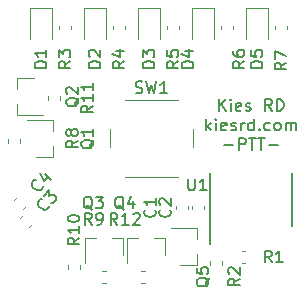
<source format=gbr>
G04 #@! TF.GenerationSoftware,KiCad,Pcbnew,(5.1.2)-1*
G04 #@! TF.CreationDate,2019-08-24T00:01:25+03:00*
G04 #@! TF.ProjectId,PomodoroTomatoTimer,506f6d6f-646f-4726-9f54-6f6d61746f54,rev?*
G04 #@! TF.SameCoordinates,Original*
G04 #@! TF.FileFunction,Legend,Top*
G04 #@! TF.FilePolarity,Positive*
%FSLAX46Y46*%
G04 Gerber Fmt 4.6, Leading zero omitted, Abs format (unit mm)*
G04 Created by KiCad (PCBNEW (5.1.2)-1) date 2019-08-24 00:01:25*
%MOMM*%
%LPD*%
G04 APERTURE LIST*
%ADD10C,0.150000*%
%ADD11C,0.120000*%
G04 APERTURE END LIST*
D10*
X145621714Y-86305380D02*
X145621714Y-85305380D01*
X146193142Y-86305380D02*
X145764571Y-85733952D01*
X146193142Y-85305380D02*
X145621714Y-85876809D01*
X146621714Y-86305380D02*
X146621714Y-85638714D01*
X146621714Y-85305380D02*
X146574095Y-85353000D01*
X146621714Y-85400619D01*
X146669333Y-85353000D01*
X146621714Y-85305380D01*
X146621714Y-85400619D01*
X147478857Y-86257761D02*
X147383619Y-86305380D01*
X147193142Y-86305380D01*
X147097904Y-86257761D01*
X147050285Y-86162523D01*
X147050285Y-85781571D01*
X147097904Y-85686333D01*
X147193142Y-85638714D01*
X147383619Y-85638714D01*
X147478857Y-85686333D01*
X147526476Y-85781571D01*
X147526476Y-85876809D01*
X147050285Y-85972047D01*
X147907428Y-86257761D02*
X148002666Y-86305380D01*
X148193142Y-86305380D01*
X148288380Y-86257761D01*
X148336000Y-86162523D01*
X148336000Y-86114904D01*
X148288380Y-86019666D01*
X148193142Y-85972047D01*
X148050285Y-85972047D01*
X147955047Y-85924428D01*
X147907428Y-85829190D01*
X147907428Y-85781571D01*
X147955047Y-85686333D01*
X148050285Y-85638714D01*
X148193142Y-85638714D01*
X148288380Y-85686333D01*
X150097904Y-86305380D02*
X149764571Y-85829190D01*
X149526476Y-86305380D02*
X149526476Y-85305380D01*
X149907428Y-85305380D01*
X150002666Y-85353000D01*
X150050285Y-85400619D01*
X150097904Y-85495857D01*
X150097904Y-85638714D01*
X150050285Y-85733952D01*
X150002666Y-85781571D01*
X149907428Y-85829190D01*
X149526476Y-85829190D01*
X150526476Y-86305380D02*
X150526476Y-85305380D01*
X150764571Y-85305380D01*
X150907428Y-85353000D01*
X151002666Y-85448238D01*
X151050285Y-85543476D01*
X151097904Y-85733952D01*
X151097904Y-85876809D01*
X151050285Y-86067285D01*
X151002666Y-86162523D01*
X150907428Y-86257761D01*
X150764571Y-86305380D01*
X150526476Y-86305380D01*
X144550285Y-87955380D02*
X144550285Y-86955380D01*
X144645523Y-87574428D02*
X144931238Y-87955380D01*
X144931238Y-87288714D02*
X144550285Y-87669666D01*
X145359809Y-87955380D02*
X145359809Y-87288714D01*
X145359809Y-86955380D02*
X145312190Y-87003000D01*
X145359809Y-87050619D01*
X145407428Y-87003000D01*
X145359809Y-86955380D01*
X145359809Y-87050619D01*
X146216952Y-87907761D02*
X146121714Y-87955380D01*
X145931238Y-87955380D01*
X145836000Y-87907761D01*
X145788380Y-87812523D01*
X145788380Y-87431571D01*
X145836000Y-87336333D01*
X145931238Y-87288714D01*
X146121714Y-87288714D01*
X146216952Y-87336333D01*
X146264571Y-87431571D01*
X146264571Y-87526809D01*
X145788380Y-87622047D01*
X146645523Y-87907761D02*
X146740761Y-87955380D01*
X146931238Y-87955380D01*
X147026476Y-87907761D01*
X147074095Y-87812523D01*
X147074095Y-87764904D01*
X147026476Y-87669666D01*
X146931238Y-87622047D01*
X146788380Y-87622047D01*
X146693142Y-87574428D01*
X146645523Y-87479190D01*
X146645523Y-87431571D01*
X146693142Y-87336333D01*
X146788380Y-87288714D01*
X146931238Y-87288714D01*
X147026476Y-87336333D01*
X147502666Y-87955380D02*
X147502666Y-87288714D01*
X147502666Y-87479190D02*
X147550285Y-87383952D01*
X147597904Y-87336333D01*
X147693142Y-87288714D01*
X147788380Y-87288714D01*
X148550285Y-87955380D02*
X148550285Y-86955380D01*
X148550285Y-87907761D02*
X148455047Y-87955380D01*
X148264571Y-87955380D01*
X148169333Y-87907761D01*
X148121714Y-87860142D01*
X148074095Y-87764904D01*
X148074095Y-87479190D01*
X148121714Y-87383952D01*
X148169333Y-87336333D01*
X148264571Y-87288714D01*
X148455047Y-87288714D01*
X148550285Y-87336333D01*
X149026476Y-87860142D02*
X149074095Y-87907761D01*
X149026476Y-87955380D01*
X148978857Y-87907761D01*
X149026476Y-87860142D01*
X149026476Y-87955380D01*
X149931238Y-87907761D02*
X149836000Y-87955380D01*
X149645523Y-87955380D01*
X149550285Y-87907761D01*
X149502666Y-87860142D01*
X149455047Y-87764904D01*
X149455047Y-87479190D01*
X149502666Y-87383952D01*
X149550285Y-87336333D01*
X149645523Y-87288714D01*
X149836000Y-87288714D01*
X149931238Y-87336333D01*
X150502666Y-87955380D02*
X150407428Y-87907761D01*
X150359809Y-87860142D01*
X150312190Y-87764904D01*
X150312190Y-87479190D01*
X150359809Y-87383952D01*
X150407428Y-87336333D01*
X150502666Y-87288714D01*
X150645523Y-87288714D01*
X150740761Y-87336333D01*
X150788380Y-87383952D01*
X150836000Y-87479190D01*
X150836000Y-87764904D01*
X150788380Y-87860142D01*
X150740761Y-87907761D01*
X150645523Y-87955380D01*
X150502666Y-87955380D01*
X151264571Y-87955380D02*
X151264571Y-87288714D01*
X151264571Y-87383952D02*
X151312190Y-87336333D01*
X151407428Y-87288714D01*
X151550285Y-87288714D01*
X151645523Y-87336333D01*
X151693142Y-87431571D01*
X151693142Y-87955380D01*
X151693142Y-87431571D02*
X151740761Y-87336333D01*
X151836000Y-87288714D01*
X151978857Y-87288714D01*
X152074095Y-87336333D01*
X152121714Y-87431571D01*
X152121714Y-87955380D01*
X146074095Y-89224428D02*
X146836000Y-89224428D01*
X147312190Y-89605380D02*
X147312190Y-88605380D01*
X147693142Y-88605380D01*
X147788380Y-88653000D01*
X147836000Y-88700619D01*
X147883619Y-88795857D01*
X147883619Y-88938714D01*
X147836000Y-89033952D01*
X147788380Y-89081571D01*
X147693142Y-89129190D01*
X147312190Y-89129190D01*
X148169333Y-88605380D02*
X148740761Y-88605380D01*
X148455047Y-89605380D02*
X148455047Y-88605380D01*
X148931238Y-88605380D02*
X149502666Y-88605380D01*
X149216952Y-89605380D02*
X149216952Y-88605380D01*
X149836000Y-89224428D02*
X150597904Y-89224428D01*
D11*
X145232000Y-80248000D02*
X145232000Y-77563000D01*
X145232000Y-77563000D02*
X143312000Y-77563000D01*
X143312000Y-77563000D02*
X143312000Y-80248000D01*
X137652000Y-91860000D02*
X142152000Y-91860000D01*
X136402000Y-87860000D02*
X136402000Y-89360000D01*
X142152000Y-85360000D02*
X137652000Y-85360000D01*
X143402000Y-89360000D02*
X143402000Y-87860000D01*
X147538221Y-99189000D02*
X147863779Y-99189000D01*
X147538221Y-98169000D02*
X147863779Y-98169000D01*
X144901000Y-99349779D02*
X144901000Y-99024221D01*
X145921000Y-99349779D02*
X145921000Y-99024221D01*
D10*
X151786000Y-96035000D02*
X151786000Y-91585000D01*
X144886000Y-97560000D02*
X144886000Y-91585000D01*
D11*
X131516000Y-80248000D02*
X131516000Y-77563000D01*
X131516000Y-77563000D02*
X129596000Y-77563000D01*
X129596000Y-77563000D02*
X129596000Y-80248000D01*
X134168000Y-77563000D02*
X134168000Y-80248000D01*
X136088000Y-77563000D02*
X134168000Y-77563000D01*
X136088000Y-80248000D02*
X136088000Y-77563000D01*
X138740000Y-77563000D02*
X138740000Y-80248000D01*
X140660000Y-77563000D02*
X138740000Y-77563000D01*
X140660000Y-80248000D02*
X140660000Y-77563000D01*
X147884000Y-77563000D02*
X147884000Y-80248000D01*
X149804000Y-77563000D02*
X147884000Y-77563000D01*
X149804000Y-80248000D02*
X149804000Y-77563000D01*
X133098000Y-79085221D02*
X133098000Y-79410779D01*
X132078000Y-79085221D02*
X132078000Y-79410779D01*
X136650000Y-79085221D02*
X136650000Y-79410779D01*
X137670000Y-79085221D02*
X137670000Y-79410779D01*
X141222000Y-79085221D02*
X141222000Y-79410779D01*
X142242000Y-79085221D02*
X142242000Y-79410779D01*
X146814000Y-79085221D02*
X146814000Y-79410779D01*
X145794000Y-79085221D02*
X145794000Y-79410779D01*
X151386000Y-79085221D02*
X151386000Y-79410779D01*
X150366000Y-79085221D02*
X150366000Y-79410779D01*
X143004000Y-94325221D02*
X143004000Y-94650779D01*
X141984000Y-94325221D02*
X141984000Y-94650779D01*
X143381000Y-94325221D02*
X143381000Y-94650779D01*
X144401000Y-94325221D02*
X144401000Y-94650779D01*
X128810273Y-95385478D02*
X129040478Y-95155273D01*
X129531522Y-96106727D02*
X129761727Y-95876522D01*
X129023522Y-94582727D02*
X129253727Y-94352522D01*
X128302273Y-93861478D02*
X128532478Y-93631273D01*
X131570000Y-90226000D02*
X130110000Y-90226000D01*
X131570000Y-87066000D02*
X129410000Y-87066000D01*
X131570000Y-87066000D02*
X131570000Y-87996000D01*
X131570000Y-90226000D02*
X131570000Y-89296000D01*
X128526000Y-83510000D02*
X128526000Y-84440000D01*
X128526000Y-86670000D02*
X128526000Y-85740000D01*
X128526000Y-86670000D02*
X130686000Y-86670000D01*
X128526000Y-83510000D02*
X129986000Y-83510000D01*
X128780000Y-89037279D02*
X128780000Y-88711721D01*
X127760000Y-89037279D02*
X127760000Y-88711721D01*
X131189000Y-85379779D02*
X131189000Y-85054221D01*
X132209000Y-85379779D02*
X132209000Y-85054221D01*
X137470000Y-97030000D02*
X136540000Y-97030000D01*
X134310000Y-97030000D02*
X135240000Y-97030000D01*
X134310000Y-97030000D02*
X134310000Y-99190000D01*
X137470000Y-97030000D02*
X137470000Y-98490000D01*
X141026000Y-97030000D02*
X140096000Y-97030000D01*
X137866000Y-97030000D02*
X138796000Y-97030000D01*
X137866000Y-97030000D02*
X137866000Y-99190000D01*
X141026000Y-97030000D02*
X141026000Y-98490000D01*
X143762000Y-99370000D02*
X142302000Y-99370000D01*
X143762000Y-96210000D02*
X141602000Y-96210000D01*
X143762000Y-96210000D02*
X143762000Y-97140000D01*
X143762000Y-99370000D02*
X143762000Y-98440000D01*
X136052779Y-100840000D02*
X135727221Y-100840000D01*
X136052779Y-99820000D02*
X135727221Y-99820000D01*
X133860000Y-99379721D02*
X133860000Y-99705279D01*
X132840000Y-99379721D02*
X132840000Y-99705279D01*
X139029221Y-100840000D02*
X139354779Y-100840000D01*
X139029221Y-99820000D02*
X139354779Y-99820000D01*
D10*
X143454380Y-82653095D02*
X142454380Y-82653095D01*
X142454380Y-82415000D01*
X142502000Y-82272142D01*
X142597238Y-82176904D01*
X142692476Y-82129285D01*
X142882952Y-82081666D01*
X143025809Y-82081666D01*
X143216285Y-82129285D01*
X143311523Y-82176904D01*
X143406761Y-82272142D01*
X143454380Y-82415000D01*
X143454380Y-82653095D01*
X142787714Y-81224523D02*
X143454380Y-81224523D01*
X142406761Y-81462619D02*
X143121047Y-81700714D01*
X143121047Y-81081666D01*
X138568666Y-84764761D02*
X138711523Y-84812380D01*
X138949619Y-84812380D01*
X139044857Y-84764761D01*
X139092476Y-84717142D01*
X139140095Y-84621904D01*
X139140095Y-84526666D01*
X139092476Y-84431428D01*
X139044857Y-84383809D01*
X138949619Y-84336190D01*
X138759142Y-84288571D01*
X138663904Y-84240952D01*
X138616285Y-84193333D01*
X138568666Y-84098095D01*
X138568666Y-84002857D01*
X138616285Y-83907619D01*
X138663904Y-83860000D01*
X138759142Y-83812380D01*
X138997238Y-83812380D01*
X139140095Y-83860000D01*
X139473428Y-83812380D02*
X139711523Y-84812380D01*
X139902000Y-84098095D01*
X140092476Y-84812380D01*
X140330571Y-83812380D01*
X141235333Y-84812380D02*
X140663904Y-84812380D01*
X140949619Y-84812380D02*
X140949619Y-83812380D01*
X140854380Y-83955238D01*
X140759142Y-84050476D01*
X140663904Y-84098095D01*
X150074333Y-99131380D02*
X149741000Y-98655190D01*
X149502904Y-99131380D02*
X149502904Y-98131380D01*
X149883857Y-98131380D01*
X149979095Y-98179000D01*
X150026714Y-98226619D01*
X150074333Y-98321857D01*
X150074333Y-98464714D01*
X150026714Y-98559952D01*
X149979095Y-98607571D01*
X149883857Y-98655190D01*
X149502904Y-98655190D01*
X151026714Y-99131380D02*
X150455285Y-99131380D01*
X150741000Y-99131380D02*
X150741000Y-98131380D01*
X150645761Y-98274238D01*
X150550523Y-98369476D01*
X150455285Y-98417095D01*
X147391380Y-100496666D02*
X146915190Y-100830000D01*
X147391380Y-101068095D02*
X146391380Y-101068095D01*
X146391380Y-100687142D01*
X146439000Y-100591904D01*
X146486619Y-100544285D01*
X146581857Y-100496666D01*
X146724714Y-100496666D01*
X146819952Y-100544285D01*
X146867571Y-100591904D01*
X146915190Y-100687142D01*
X146915190Y-101068095D01*
X146486619Y-100115714D02*
X146439000Y-100068095D01*
X146391380Y-99972857D01*
X146391380Y-99734761D01*
X146439000Y-99639523D01*
X146486619Y-99591904D01*
X146581857Y-99544285D01*
X146677095Y-99544285D01*
X146819952Y-99591904D01*
X147391380Y-100163333D01*
X147391380Y-99544285D01*
X143002095Y-92035380D02*
X143002095Y-92844904D01*
X143049714Y-92940142D01*
X143097333Y-92987761D01*
X143192571Y-93035380D01*
X143383047Y-93035380D01*
X143478285Y-92987761D01*
X143525904Y-92940142D01*
X143573523Y-92844904D01*
X143573523Y-92035380D01*
X144573523Y-93035380D02*
X144002095Y-93035380D01*
X144287809Y-93035380D02*
X144287809Y-92035380D01*
X144192571Y-92178238D01*
X144097333Y-92273476D01*
X144002095Y-92321095D01*
X131008380Y-82653095D02*
X130008380Y-82653095D01*
X130008380Y-82415000D01*
X130056000Y-82272142D01*
X130151238Y-82176904D01*
X130246476Y-82129285D01*
X130436952Y-82081666D01*
X130579809Y-82081666D01*
X130770285Y-82129285D01*
X130865523Y-82176904D01*
X130960761Y-82272142D01*
X131008380Y-82415000D01*
X131008380Y-82653095D01*
X131008380Y-81129285D02*
X131008380Y-81700714D01*
X131008380Y-81415000D02*
X130008380Y-81415000D01*
X130151238Y-81510238D01*
X130246476Y-81605476D01*
X130294095Y-81700714D01*
X135580380Y-82653095D02*
X134580380Y-82653095D01*
X134580380Y-82415000D01*
X134628000Y-82272142D01*
X134723238Y-82176904D01*
X134818476Y-82129285D01*
X135008952Y-82081666D01*
X135151809Y-82081666D01*
X135342285Y-82129285D01*
X135437523Y-82176904D01*
X135532761Y-82272142D01*
X135580380Y-82415000D01*
X135580380Y-82653095D01*
X134675619Y-81700714D02*
X134628000Y-81653095D01*
X134580380Y-81557857D01*
X134580380Y-81319761D01*
X134628000Y-81224523D01*
X134675619Y-81176904D01*
X134770857Y-81129285D01*
X134866095Y-81129285D01*
X135008952Y-81176904D01*
X135580380Y-81748333D01*
X135580380Y-81129285D01*
X140152380Y-82653095D02*
X139152380Y-82653095D01*
X139152380Y-82415000D01*
X139200000Y-82272142D01*
X139295238Y-82176904D01*
X139390476Y-82129285D01*
X139580952Y-82081666D01*
X139723809Y-82081666D01*
X139914285Y-82129285D01*
X140009523Y-82176904D01*
X140104761Y-82272142D01*
X140152380Y-82415000D01*
X140152380Y-82653095D01*
X139152380Y-81748333D02*
X139152380Y-81129285D01*
X139533333Y-81462619D01*
X139533333Y-81319761D01*
X139580952Y-81224523D01*
X139628571Y-81176904D01*
X139723809Y-81129285D01*
X139961904Y-81129285D01*
X140057142Y-81176904D01*
X140104761Y-81224523D01*
X140152380Y-81319761D01*
X140152380Y-81605476D01*
X140104761Y-81700714D01*
X140057142Y-81748333D01*
X149296380Y-82653095D02*
X148296380Y-82653095D01*
X148296380Y-82415000D01*
X148344000Y-82272142D01*
X148439238Y-82176904D01*
X148534476Y-82129285D01*
X148724952Y-82081666D01*
X148867809Y-82081666D01*
X149058285Y-82129285D01*
X149153523Y-82176904D01*
X149248761Y-82272142D01*
X149296380Y-82415000D01*
X149296380Y-82653095D01*
X148296380Y-81176904D02*
X148296380Y-81653095D01*
X148772571Y-81700714D01*
X148724952Y-81653095D01*
X148677333Y-81557857D01*
X148677333Y-81319761D01*
X148724952Y-81224523D01*
X148772571Y-81176904D01*
X148867809Y-81129285D01*
X149105904Y-81129285D01*
X149201142Y-81176904D01*
X149248761Y-81224523D01*
X149296380Y-81319761D01*
X149296380Y-81557857D01*
X149248761Y-81653095D01*
X149201142Y-81700714D01*
X133040380Y-82081666D02*
X132564190Y-82415000D01*
X133040380Y-82653095D02*
X132040380Y-82653095D01*
X132040380Y-82272142D01*
X132088000Y-82176904D01*
X132135619Y-82129285D01*
X132230857Y-82081666D01*
X132373714Y-82081666D01*
X132468952Y-82129285D01*
X132516571Y-82176904D01*
X132564190Y-82272142D01*
X132564190Y-82653095D01*
X132040380Y-81748333D02*
X132040380Y-81129285D01*
X132421333Y-81462619D01*
X132421333Y-81319761D01*
X132468952Y-81224523D01*
X132516571Y-81176904D01*
X132611809Y-81129285D01*
X132849904Y-81129285D01*
X132945142Y-81176904D01*
X132992761Y-81224523D01*
X133040380Y-81319761D01*
X133040380Y-81605476D01*
X132992761Y-81700714D01*
X132945142Y-81748333D01*
X137612380Y-82081666D02*
X137136190Y-82415000D01*
X137612380Y-82653095D02*
X136612380Y-82653095D01*
X136612380Y-82272142D01*
X136660000Y-82176904D01*
X136707619Y-82129285D01*
X136802857Y-82081666D01*
X136945714Y-82081666D01*
X137040952Y-82129285D01*
X137088571Y-82176904D01*
X137136190Y-82272142D01*
X137136190Y-82653095D01*
X136945714Y-81224523D02*
X137612380Y-81224523D01*
X136564761Y-81462619D02*
X137279047Y-81700714D01*
X137279047Y-81081666D01*
X142184380Y-82081666D02*
X141708190Y-82415000D01*
X142184380Y-82653095D02*
X141184380Y-82653095D01*
X141184380Y-82272142D01*
X141232000Y-82176904D01*
X141279619Y-82129285D01*
X141374857Y-82081666D01*
X141517714Y-82081666D01*
X141612952Y-82129285D01*
X141660571Y-82176904D01*
X141708190Y-82272142D01*
X141708190Y-82653095D01*
X141184380Y-81176904D02*
X141184380Y-81653095D01*
X141660571Y-81700714D01*
X141612952Y-81653095D01*
X141565333Y-81557857D01*
X141565333Y-81319761D01*
X141612952Y-81224523D01*
X141660571Y-81176904D01*
X141755809Y-81129285D01*
X141993904Y-81129285D01*
X142089142Y-81176904D01*
X142136761Y-81224523D01*
X142184380Y-81319761D01*
X142184380Y-81557857D01*
X142136761Y-81653095D01*
X142089142Y-81700714D01*
X147772380Y-82081666D02*
X147296190Y-82415000D01*
X147772380Y-82653095D02*
X146772380Y-82653095D01*
X146772380Y-82272142D01*
X146820000Y-82176904D01*
X146867619Y-82129285D01*
X146962857Y-82081666D01*
X147105714Y-82081666D01*
X147200952Y-82129285D01*
X147248571Y-82176904D01*
X147296190Y-82272142D01*
X147296190Y-82653095D01*
X146772380Y-81224523D02*
X146772380Y-81415000D01*
X146820000Y-81510238D01*
X146867619Y-81557857D01*
X147010476Y-81653095D01*
X147200952Y-81700714D01*
X147581904Y-81700714D01*
X147677142Y-81653095D01*
X147724761Y-81605476D01*
X147772380Y-81510238D01*
X147772380Y-81319761D01*
X147724761Y-81224523D01*
X147677142Y-81176904D01*
X147581904Y-81129285D01*
X147343809Y-81129285D01*
X147248571Y-81176904D01*
X147200952Y-81224523D01*
X147153333Y-81319761D01*
X147153333Y-81510238D01*
X147200952Y-81605476D01*
X147248571Y-81653095D01*
X147343809Y-81700714D01*
X151328380Y-82208666D02*
X150852190Y-82542000D01*
X151328380Y-82780095D02*
X150328380Y-82780095D01*
X150328380Y-82399142D01*
X150376000Y-82303904D01*
X150423619Y-82256285D01*
X150518857Y-82208666D01*
X150661714Y-82208666D01*
X150756952Y-82256285D01*
X150804571Y-82303904D01*
X150852190Y-82399142D01*
X150852190Y-82780095D01*
X150328380Y-81875333D02*
X150328380Y-81208666D01*
X151328380Y-81637238D01*
X140184142Y-94654666D02*
X140231761Y-94702285D01*
X140279380Y-94845142D01*
X140279380Y-94940380D01*
X140231761Y-95083238D01*
X140136523Y-95178476D01*
X140041285Y-95226095D01*
X139850809Y-95273714D01*
X139707952Y-95273714D01*
X139517476Y-95226095D01*
X139422238Y-95178476D01*
X139327000Y-95083238D01*
X139279380Y-94940380D01*
X139279380Y-94845142D01*
X139327000Y-94702285D01*
X139374619Y-94654666D01*
X140279380Y-93702285D02*
X140279380Y-94273714D01*
X140279380Y-93988000D02*
X139279380Y-93988000D01*
X139422238Y-94083238D01*
X139517476Y-94178476D01*
X139565095Y-94273714D01*
X141454142Y-94654666D02*
X141501761Y-94702285D01*
X141549380Y-94845142D01*
X141549380Y-94940380D01*
X141501761Y-95083238D01*
X141406523Y-95178476D01*
X141311285Y-95226095D01*
X141120809Y-95273714D01*
X140977952Y-95273714D01*
X140787476Y-95226095D01*
X140692238Y-95178476D01*
X140597000Y-95083238D01*
X140549380Y-94940380D01*
X140549380Y-94845142D01*
X140597000Y-94702285D01*
X140644619Y-94654666D01*
X140644619Y-94273714D02*
X140597000Y-94226095D01*
X140549380Y-94130857D01*
X140549380Y-93892761D01*
X140597000Y-93797523D01*
X140644619Y-93749904D01*
X140739857Y-93702285D01*
X140835095Y-93702285D01*
X140977952Y-93749904D01*
X141549380Y-94321333D01*
X141549380Y-93702285D01*
X131198687Y-94350389D02*
X131198687Y-94417732D01*
X131131343Y-94552419D01*
X131064000Y-94619763D01*
X130929312Y-94687106D01*
X130794625Y-94687106D01*
X130693610Y-94653435D01*
X130525251Y-94552419D01*
X130424236Y-94451404D01*
X130323221Y-94283045D01*
X130289549Y-94182030D01*
X130289549Y-94047343D01*
X130356893Y-93912656D01*
X130424236Y-93845312D01*
X130558923Y-93777969D01*
X130626267Y-93777969D01*
X130794625Y-93474923D02*
X131232358Y-93037190D01*
X131266030Y-93542267D01*
X131367045Y-93441251D01*
X131468061Y-93407580D01*
X131535404Y-93407580D01*
X131636419Y-93441251D01*
X131804778Y-93609610D01*
X131838450Y-93710625D01*
X131838450Y-93777969D01*
X131804778Y-93878984D01*
X131602748Y-94081015D01*
X131501732Y-94114687D01*
X131434389Y-94114687D01*
X130690687Y-92699389D02*
X130690687Y-92766732D01*
X130623343Y-92901419D01*
X130556000Y-92968763D01*
X130421312Y-93036106D01*
X130286625Y-93036106D01*
X130185610Y-93002435D01*
X130017251Y-92901419D01*
X129916236Y-92800404D01*
X129815221Y-92632045D01*
X129781549Y-92531030D01*
X129781549Y-92396343D01*
X129848893Y-92261656D01*
X129916236Y-92194312D01*
X130050923Y-92126969D01*
X130118267Y-92126969D01*
X130892717Y-91689236D02*
X131364122Y-92160641D01*
X130454984Y-91588221D02*
X130791702Y-92261656D01*
X131229435Y-91823923D01*
X135040619Y-88741238D02*
X134993000Y-88836476D01*
X134897761Y-88931714D01*
X134754904Y-89074571D01*
X134707285Y-89169809D01*
X134707285Y-89265047D01*
X134945380Y-89217428D02*
X134897761Y-89312666D01*
X134802523Y-89407904D01*
X134612047Y-89455523D01*
X134278714Y-89455523D01*
X134088238Y-89407904D01*
X133993000Y-89312666D01*
X133945380Y-89217428D01*
X133945380Y-89026952D01*
X133993000Y-88931714D01*
X134088238Y-88836476D01*
X134278714Y-88788857D01*
X134612047Y-88788857D01*
X134802523Y-88836476D01*
X134897761Y-88931714D01*
X134945380Y-89026952D01*
X134945380Y-89217428D01*
X134945380Y-87836476D02*
X134945380Y-88407904D01*
X134945380Y-88122190D02*
X133945380Y-88122190D01*
X134088238Y-88217428D01*
X134183476Y-88312666D01*
X134231095Y-88407904D01*
X133770619Y-85185238D02*
X133723000Y-85280476D01*
X133627761Y-85375714D01*
X133484904Y-85518571D01*
X133437285Y-85613809D01*
X133437285Y-85709047D01*
X133675380Y-85661428D02*
X133627761Y-85756666D01*
X133532523Y-85851904D01*
X133342047Y-85899523D01*
X133008714Y-85899523D01*
X132818238Y-85851904D01*
X132723000Y-85756666D01*
X132675380Y-85661428D01*
X132675380Y-85470952D01*
X132723000Y-85375714D01*
X132818238Y-85280476D01*
X133008714Y-85232857D01*
X133342047Y-85232857D01*
X133532523Y-85280476D01*
X133627761Y-85375714D01*
X133675380Y-85470952D01*
X133675380Y-85661428D01*
X132770619Y-84851904D02*
X132723000Y-84804285D01*
X132675380Y-84709047D01*
X132675380Y-84470952D01*
X132723000Y-84375714D01*
X132770619Y-84328095D01*
X132865857Y-84280476D01*
X132961095Y-84280476D01*
X133103952Y-84328095D01*
X133675380Y-84899523D01*
X133675380Y-84280476D01*
X133675380Y-88812666D02*
X133199190Y-89146000D01*
X133675380Y-89384095D02*
X132675380Y-89384095D01*
X132675380Y-89003142D01*
X132723000Y-88907904D01*
X132770619Y-88860285D01*
X132865857Y-88812666D01*
X133008714Y-88812666D01*
X133103952Y-88860285D01*
X133151571Y-88907904D01*
X133199190Y-89003142D01*
X133199190Y-89384095D01*
X133103952Y-88241238D02*
X133056333Y-88336476D01*
X133008714Y-88384095D01*
X132913476Y-88431714D01*
X132865857Y-88431714D01*
X132770619Y-88384095D01*
X132723000Y-88336476D01*
X132675380Y-88241238D01*
X132675380Y-88050761D01*
X132723000Y-87955523D01*
X132770619Y-87907904D01*
X132865857Y-87860285D01*
X132913476Y-87860285D01*
X133008714Y-87907904D01*
X133056333Y-87955523D01*
X133103952Y-88050761D01*
X133103952Y-88241238D01*
X133151571Y-88336476D01*
X133199190Y-88384095D01*
X133294428Y-88431714D01*
X133484904Y-88431714D01*
X133580142Y-88384095D01*
X133627761Y-88336476D01*
X133675380Y-88241238D01*
X133675380Y-88050761D01*
X133627761Y-87955523D01*
X133580142Y-87907904D01*
X133484904Y-87860285D01*
X133294428Y-87860285D01*
X133199190Y-87907904D01*
X133151571Y-87955523D01*
X133103952Y-88050761D01*
X134945380Y-85859857D02*
X134469190Y-86193190D01*
X134945380Y-86431285D02*
X133945380Y-86431285D01*
X133945380Y-86050333D01*
X133993000Y-85955095D01*
X134040619Y-85907476D01*
X134135857Y-85859857D01*
X134278714Y-85859857D01*
X134373952Y-85907476D01*
X134421571Y-85955095D01*
X134469190Y-86050333D01*
X134469190Y-86431285D01*
X134945380Y-84907476D02*
X134945380Y-85478904D01*
X134945380Y-85193190D02*
X133945380Y-85193190D01*
X134088238Y-85288428D01*
X134183476Y-85383666D01*
X134231095Y-85478904D01*
X134945380Y-83955095D02*
X134945380Y-84526523D01*
X134945380Y-84240809D02*
X133945380Y-84240809D01*
X134088238Y-84336047D01*
X134183476Y-84431285D01*
X134231095Y-84526523D01*
X134905761Y-94654619D02*
X134810523Y-94607000D01*
X134715285Y-94511761D01*
X134572428Y-94368904D01*
X134477190Y-94321285D01*
X134381952Y-94321285D01*
X134429571Y-94559380D02*
X134334333Y-94511761D01*
X134239095Y-94416523D01*
X134191476Y-94226047D01*
X134191476Y-93892714D01*
X134239095Y-93702238D01*
X134334333Y-93607000D01*
X134429571Y-93559380D01*
X134620047Y-93559380D01*
X134715285Y-93607000D01*
X134810523Y-93702238D01*
X134858142Y-93892714D01*
X134858142Y-94226047D01*
X134810523Y-94416523D01*
X134715285Y-94511761D01*
X134620047Y-94559380D01*
X134429571Y-94559380D01*
X135191476Y-93559380D02*
X135810523Y-93559380D01*
X135477190Y-93940333D01*
X135620047Y-93940333D01*
X135715285Y-93987952D01*
X135762904Y-94035571D01*
X135810523Y-94130809D01*
X135810523Y-94368904D01*
X135762904Y-94464142D01*
X135715285Y-94511761D01*
X135620047Y-94559380D01*
X135334333Y-94559380D01*
X135239095Y-94511761D01*
X135191476Y-94464142D01*
X137572761Y-94654619D02*
X137477523Y-94607000D01*
X137382285Y-94511761D01*
X137239428Y-94368904D01*
X137144190Y-94321285D01*
X137048952Y-94321285D01*
X137096571Y-94559380D02*
X137001333Y-94511761D01*
X136906095Y-94416523D01*
X136858476Y-94226047D01*
X136858476Y-93892714D01*
X136906095Y-93702238D01*
X137001333Y-93607000D01*
X137096571Y-93559380D01*
X137287047Y-93559380D01*
X137382285Y-93607000D01*
X137477523Y-93702238D01*
X137525142Y-93892714D01*
X137525142Y-94226047D01*
X137477523Y-94416523D01*
X137382285Y-94511761D01*
X137287047Y-94559380D01*
X137096571Y-94559380D01*
X138382285Y-93892714D02*
X138382285Y-94559380D01*
X138144190Y-93511761D02*
X137906095Y-94226047D01*
X138525142Y-94226047D01*
X144819619Y-100425238D02*
X144772000Y-100520476D01*
X144676761Y-100615714D01*
X144533904Y-100758571D01*
X144486285Y-100853809D01*
X144486285Y-100949047D01*
X144724380Y-100901428D02*
X144676761Y-100996666D01*
X144581523Y-101091904D01*
X144391047Y-101139523D01*
X144057714Y-101139523D01*
X143867238Y-101091904D01*
X143772000Y-100996666D01*
X143724380Y-100901428D01*
X143724380Y-100710952D01*
X143772000Y-100615714D01*
X143867238Y-100520476D01*
X144057714Y-100472857D01*
X144391047Y-100472857D01*
X144581523Y-100520476D01*
X144676761Y-100615714D01*
X144724380Y-100710952D01*
X144724380Y-100901428D01*
X143724380Y-99568095D02*
X143724380Y-100044285D01*
X144200571Y-100091904D01*
X144152952Y-100044285D01*
X144105333Y-99949047D01*
X144105333Y-99710952D01*
X144152952Y-99615714D01*
X144200571Y-99568095D01*
X144295809Y-99520476D01*
X144533904Y-99520476D01*
X144629142Y-99568095D01*
X144676761Y-99615714D01*
X144724380Y-99710952D01*
X144724380Y-99949047D01*
X144676761Y-100044285D01*
X144629142Y-100091904D01*
X134834333Y-95956380D02*
X134501000Y-95480190D01*
X134262904Y-95956380D02*
X134262904Y-94956380D01*
X134643857Y-94956380D01*
X134739095Y-95004000D01*
X134786714Y-95051619D01*
X134834333Y-95146857D01*
X134834333Y-95289714D01*
X134786714Y-95384952D01*
X134739095Y-95432571D01*
X134643857Y-95480190D01*
X134262904Y-95480190D01*
X135310523Y-95956380D02*
X135501000Y-95956380D01*
X135596238Y-95908761D01*
X135643857Y-95861142D01*
X135739095Y-95718285D01*
X135786714Y-95527809D01*
X135786714Y-95146857D01*
X135739095Y-95051619D01*
X135691476Y-95004000D01*
X135596238Y-94956380D01*
X135405761Y-94956380D01*
X135310523Y-95004000D01*
X135262904Y-95051619D01*
X135215285Y-95146857D01*
X135215285Y-95384952D01*
X135262904Y-95480190D01*
X135310523Y-95527809D01*
X135405761Y-95575428D01*
X135596238Y-95575428D01*
X135691476Y-95527809D01*
X135739095Y-95480190D01*
X135786714Y-95384952D01*
X133802380Y-97035857D02*
X133326190Y-97369190D01*
X133802380Y-97607285D02*
X132802380Y-97607285D01*
X132802380Y-97226333D01*
X132850000Y-97131095D01*
X132897619Y-97083476D01*
X132992857Y-97035857D01*
X133135714Y-97035857D01*
X133230952Y-97083476D01*
X133278571Y-97131095D01*
X133326190Y-97226333D01*
X133326190Y-97607285D01*
X133802380Y-96083476D02*
X133802380Y-96654904D01*
X133802380Y-96369190D02*
X132802380Y-96369190D01*
X132945238Y-96464428D01*
X133040476Y-96559666D01*
X133088095Y-96654904D01*
X132802380Y-95464428D02*
X132802380Y-95369190D01*
X132850000Y-95273952D01*
X132897619Y-95226333D01*
X132992857Y-95178714D01*
X133183333Y-95131095D01*
X133421428Y-95131095D01*
X133611904Y-95178714D01*
X133707142Y-95226333D01*
X133754761Y-95273952D01*
X133802380Y-95369190D01*
X133802380Y-95464428D01*
X133754761Y-95559666D01*
X133707142Y-95607285D01*
X133611904Y-95654904D01*
X133421428Y-95702523D01*
X133183333Y-95702523D01*
X132992857Y-95654904D01*
X132897619Y-95607285D01*
X132850000Y-95559666D01*
X132802380Y-95464428D01*
X137025142Y-95956380D02*
X136691809Y-95480190D01*
X136453714Y-95956380D02*
X136453714Y-94956380D01*
X136834666Y-94956380D01*
X136929904Y-95004000D01*
X136977523Y-95051619D01*
X137025142Y-95146857D01*
X137025142Y-95289714D01*
X136977523Y-95384952D01*
X136929904Y-95432571D01*
X136834666Y-95480190D01*
X136453714Y-95480190D01*
X137977523Y-95956380D02*
X137406095Y-95956380D01*
X137691809Y-95956380D02*
X137691809Y-94956380D01*
X137596571Y-95099238D01*
X137501333Y-95194476D01*
X137406095Y-95242095D01*
X138358476Y-95051619D02*
X138406095Y-95004000D01*
X138501333Y-94956380D01*
X138739428Y-94956380D01*
X138834666Y-95004000D01*
X138882285Y-95051619D01*
X138929904Y-95146857D01*
X138929904Y-95242095D01*
X138882285Y-95384952D01*
X138310857Y-95956380D01*
X138929904Y-95956380D01*
M02*

</source>
